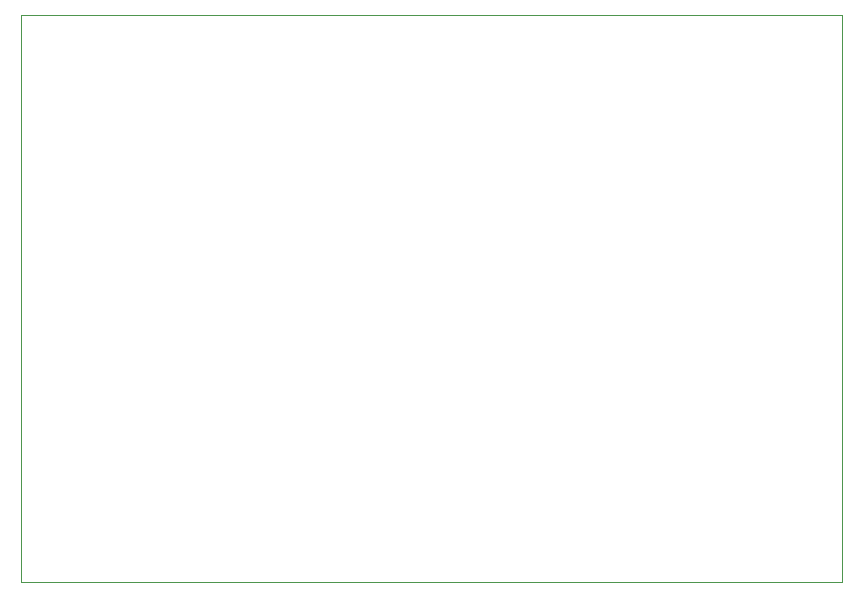
<source format=gbr>
%TF.GenerationSoftware,KiCad,Pcbnew,9.0.0*%
%TF.CreationDate,2025-04-09T12:13:31+05:30*%
%TF.ProjectId,iot-waterpump,696f742d-7761-4746-9572-70756d702e6b,rev?*%
%TF.SameCoordinates,Original*%
%TF.FileFunction,Profile,NP*%
%FSLAX46Y46*%
G04 Gerber Fmt 4.6, Leading zero omitted, Abs format (unit mm)*
G04 Created by KiCad (PCBNEW 9.0.0) date 2025-04-09 12:13:31*
%MOMM*%
%LPD*%
G01*
G04 APERTURE LIST*
%TA.AperFunction,Profile*%
%ADD10C,0.050000*%
%TD*%
G04 APERTURE END LIST*
D10*
X166000000Y-82000000D02*
X235500000Y-82000000D01*
X235500000Y-130000000D01*
X166000000Y-130000000D01*
X166000000Y-82000000D01*
M02*

</source>
